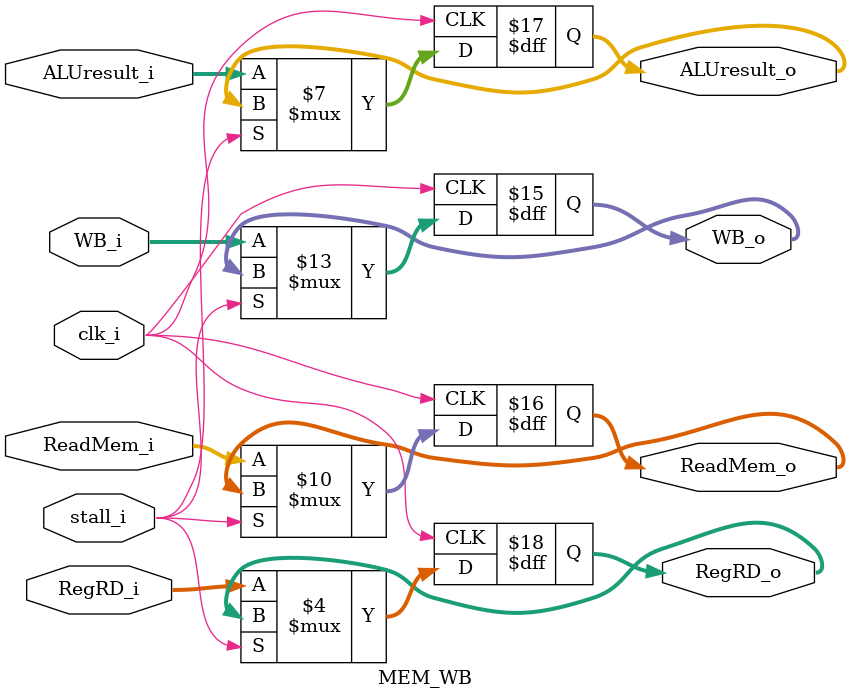
<source format=v>
module MEM_WB(
    clk_i,
    stall_i,
    WB_i,
    ReadMem_i,
    ALUresult_i,
    RegRD_i,
    WB_o,
    ReadMem_o,
    ALUresult_o,
    RegRD_o
);

// port
input           clk_i, stall_i;
input   [1:0]   WB_i;
input   [31:0]  ReadMem_i;
input   [31:0]  ALUresult_i;
input   [4:0]   RegRD_i;
output reg  [1:0]   WB_o;
output reg  [31:0]  ReadMem_o;
output reg  [31:0]  ALUresult_o;
output reg  [4:0]   RegRD_o;

initial begin
    WB_o <= 0;
    ReadMem_o <= 0;
    ALUresult_o <= 0;
    RegRD_o <= 0;
end

// Write Data   
always@(posedge clk_i) begin
    if (stall_i) begin
        WB_o <= WB_o;
        ReadMem_o <= ReadMem_o;
        ALUresult_o <= ALUresult_o;
        RegRD_o <= RegRD_o;
    end
    else begin
        WB_o <= WB_i;
        ReadMem_o <= ReadMem_i;
        ALUresult_o <= ALUresult_i;
        RegRD_o <= RegRD_i;
    end
end

endmodule // MEM_WB

</source>
